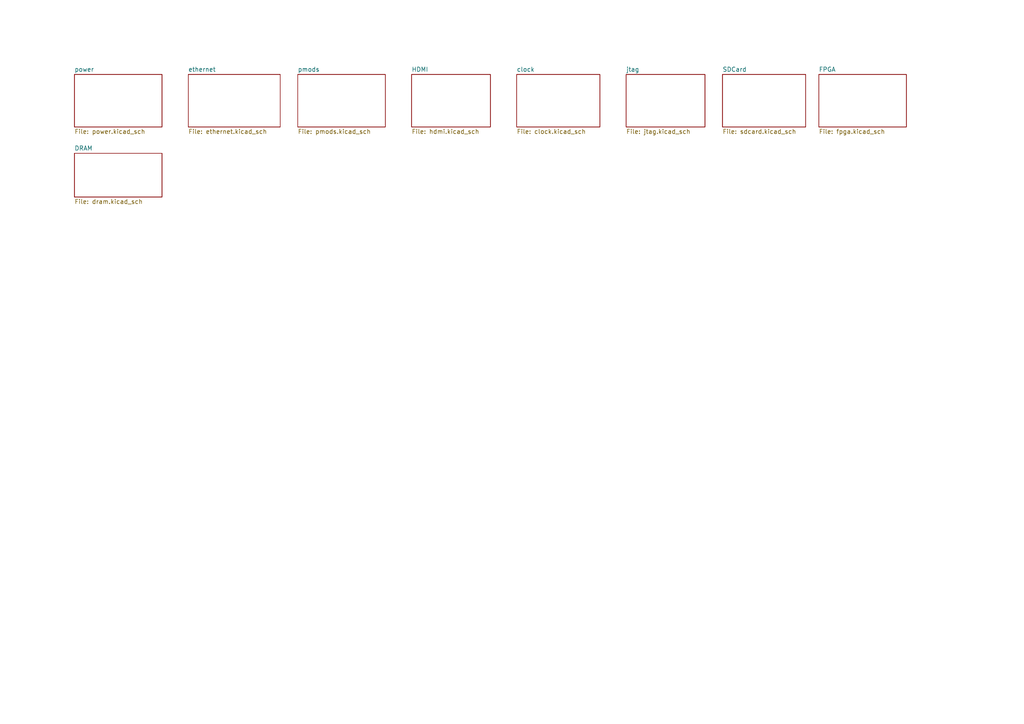
<source format=kicad_sch>
(kicad_sch
	(version 20231120)
	(generator "eeschema")
	(generator_version "8.0")
	(uuid "89c80bd2-25b6-4ea0-946a-21e1eb7d862c")
	(paper "A4")
	(title_block
		(title "PatchLogic 85 FPGA Board")
		(date "2025-01-06")
		(rev "V0.1")
		(company "ODHIN Unicamp")
		(comment 1 "Licensed under CERN OHL V2 Permissive")
		(comment 2 "Designed by: Julio Nunes Avelar")
	)
	(lib_symbols)
	(sheet
		(at 54.61 21.59)
		(size 26.67 15.24)
		(fields_autoplaced yes)
		(stroke
			(width 0.1524)
			(type solid)
		)
		(fill
			(color 0 0 0 0.0000)
		)
		(uuid "1dcd55b0-9b45-4cac-a01f-1dc2d7863029")
		(property "Sheetname" "ethernet"
			(at 54.61 20.8784 0)
			(effects
				(font
					(size 1.27 1.27)
				)
				(justify left bottom)
			)
		)
		(property "Sheetfile" "ethernet.kicad_sch"
			(at 54.61 37.4146 0)
			(effects
				(font
					(size 1.27 1.27)
				)
				(justify left top)
			)
		)
		(instances
			(project "PatchLogic"
				(path "/89c80bd2-25b6-4ea0-946a-21e1eb7d862c"
					(page "3")
				)
			)
		)
	)
	(sheet
		(at 181.61 21.59)
		(size 22.86 15.24)
		(fields_autoplaced yes)
		(stroke
			(width 0.1524)
			(type solid)
		)
		(fill
			(color 0 0 0 0.0000)
		)
		(uuid "24172778-4f65-429e-b4bb-b2e5f0d92b3f")
		(property "Sheetname" "jtag"
			(at 181.61 20.8784 0)
			(effects
				(font
					(size 1.27 1.27)
				)
				(justify left bottom)
			)
		)
		(property "Sheetfile" "jtag.kicad_sch"
			(at 181.61 37.4146 0)
			(effects
				(font
					(size 1.27 1.27)
				)
				(justify left top)
			)
		)
		(instances
			(project "PatchLogic"
				(path "/89c80bd2-25b6-4ea0-946a-21e1eb7d862c"
					(page "7")
				)
			)
		)
	)
	(sheet
		(at 86.36 21.59)
		(size 25.4 15.24)
		(fields_autoplaced yes)
		(stroke
			(width 0.1524)
			(type solid)
		)
		(fill
			(color 0 0 0 0.0000)
		)
		(uuid "4935dcdd-e2e1-40dc-b890-fbeecf26d643")
		(property "Sheetname" "pmods"
			(at 86.36 20.8784 0)
			(effects
				(font
					(size 1.27 1.27)
				)
				(justify left bottom)
			)
		)
		(property "Sheetfile" "pmods.kicad_sch"
			(at 86.36 37.4146 0)
			(effects
				(font
					(size 1.27 1.27)
				)
				(justify left top)
			)
		)
		(instances
			(project "PatchLogic"
				(path "/89c80bd2-25b6-4ea0-946a-21e1eb7d862c"
					(page "4")
				)
			)
		)
	)
	(sheet
		(at 237.49 21.59)
		(size 25.4 15.24)
		(fields_autoplaced yes)
		(stroke
			(width 0.1524)
			(type solid)
		)
		(fill
			(color 0 0 0 0.0000)
		)
		(uuid "4bee2add-4c3d-4456-91a5-2e341fd9d670")
		(property "Sheetname" "FPGA"
			(at 237.49 20.8784 0)
			(effects
				(font
					(size 1.27 1.27)
				)
				(justify left bottom)
			)
		)
		(property "Sheetfile" "fpga.kicad_sch"
			(at 237.49 37.4146 0)
			(effects
				(font
					(size 1.27 1.27)
				)
				(justify left top)
			)
		)
		(instances
			(project "PatchLogic"
				(path "/89c80bd2-25b6-4ea0-946a-21e1eb7d862c"
					(page "9")
				)
			)
		)
	)
	(sheet
		(at 21.59 44.45)
		(size 25.4 12.7)
		(fields_autoplaced yes)
		(stroke
			(width 0.1524)
			(type solid)
		)
		(fill
			(color 0 0 0 0.0000)
		)
		(uuid "6ac9f2fb-7afd-4953-ace1-bb4374ccb519")
		(property "Sheetname" "DRAM"
			(at 21.59 43.7384 0)
			(effects
				(font
					(size 1.27 1.27)
				)
				(justify left bottom)
			)
		)
		(property "Sheetfile" "dram.kicad_sch"
			(at 21.59 57.7346 0)
			(effects
				(font
					(size 1.27 1.27)
				)
				(justify left top)
			)
		)
		(instances
			(project "PatchLogic"
				(path "/89c80bd2-25b6-4ea0-946a-21e1eb7d862c"
					(page "10")
				)
			)
		)
	)
	(sheet
		(at 209.55 21.59)
		(size 24.13 15.24)
		(fields_autoplaced yes)
		(stroke
			(width 0.1524)
			(type solid)
		)
		(fill
			(color 0 0 0 0.0000)
		)
		(uuid "73ebcbc3-904f-439b-8ad8-38ce813f11fa")
		(property "Sheetname" "SDCard"
			(at 209.55 20.8784 0)
			(effects
				(font
					(size 1.27 1.27)
				)
				(justify left bottom)
			)
		)
		(property "Sheetfile" "sdcard.kicad_sch"
			(at 209.55 37.4146 0)
			(effects
				(font
					(size 1.27 1.27)
				)
				(justify left top)
			)
		)
		(instances
			(project "PatchLogic"
				(path "/89c80bd2-25b6-4ea0-946a-21e1eb7d862c"
					(page "8")
				)
			)
		)
	)
	(sheet
		(at 149.86 21.59)
		(size 24.13 15.24)
		(fields_autoplaced yes)
		(stroke
			(width 0.1524)
			(type solid)
		)
		(fill
			(color 0 0 0 0.0000)
		)
		(uuid "b7563832-29b8-4f54-8f23-21e553a9d36e")
		(property "Sheetname" "clock"
			(at 149.86 20.8784 0)
			(effects
				(font
					(size 1.27 1.27)
				)
				(justify left bottom)
			)
		)
		(property "Sheetfile" "clock.kicad_sch"
			(at 149.86 37.4146 0)
			(effects
				(font
					(size 1.27 1.27)
				)
				(justify left top)
			)
		)
		(instances
			(project "PatchLogic"
				(path "/89c80bd2-25b6-4ea0-946a-21e1eb7d862c"
					(page "6")
				)
			)
		)
	)
	(sheet
		(at 21.59 21.59)
		(size 25.4 15.24)
		(fields_autoplaced yes)
		(stroke
			(width 0.1524)
			(type solid)
		)
		(fill
			(color 0 0 0 0.0000)
		)
		(uuid "de6236d5-96f6-4909-9089-26bc5c96a911")
		(property "Sheetname" "power"
			(at 21.59 20.8784 0)
			(effects
				(font
					(size 1.27 1.27)
				)
				(justify left bottom)
			)
		)
		(property "Sheetfile" "power.kicad_sch"
			(at 21.59 37.4146 0)
			(effects
				(font
					(size 1.27 1.27)
				)
				(justify left top)
			)
		)
		(instances
			(project "PatchLogic"
				(path "/89c80bd2-25b6-4ea0-946a-21e1eb7d862c"
					(page "2")
				)
			)
		)
	)
	(sheet
		(at 119.38 21.59)
		(size 22.86 15.24)
		(fields_autoplaced yes)
		(stroke
			(width 0.1524)
			(type solid)
		)
		(fill
			(color 0 0 0 0.0000)
		)
		(uuid "fc3ca5f9-bb1b-42e8-b75d-2ce0913a32d6")
		(property "Sheetname" "HDMI"
			(at 119.38 20.8784 0)
			(effects
				(font
					(size 1.27 1.27)
				)
				(justify left bottom)
			)
		)
		(property "Sheetfile" "hdmi.kicad_sch"
			(at 119.38 37.4146 0)
			(effects
				(font
					(size 1.27 1.27)
				)
				(justify left top)
			)
		)
		(instances
			(project "PatchLogic"
				(path "/89c80bd2-25b6-4ea0-946a-21e1eb7d862c"
					(page "5")
				)
			)
		)
	)
	(sheet_instances
		(path "/"
			(page "1")
		)
	)
)

</source>
